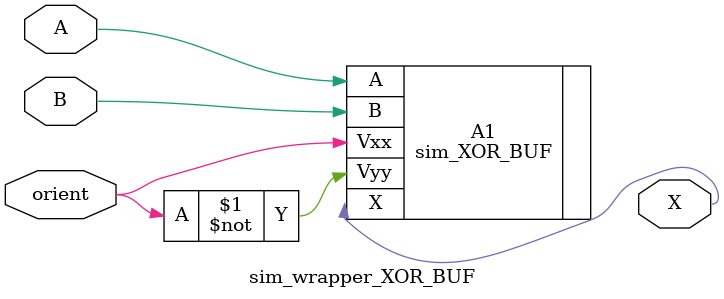
<source format=sv>
/*
 Isaiah Grace
 igrace@purdue.edu
 
 This module simulates the behavior of an XOR_BUF cell with driving buffers to power polymorphic gates
 */

module sim_wrapper_XOR_BUF (
			    input logic A, B, orient,
			    output logic X
			    );

   sim_XOR_BUF A1 (
		   .A(A),
		   .B(B),
		   .Vxx(orient),
		   .Vyy(~orient),
		   .X(X)
		   );
   
endmodule // sim_wrapper_XOR_BUF

</source>
